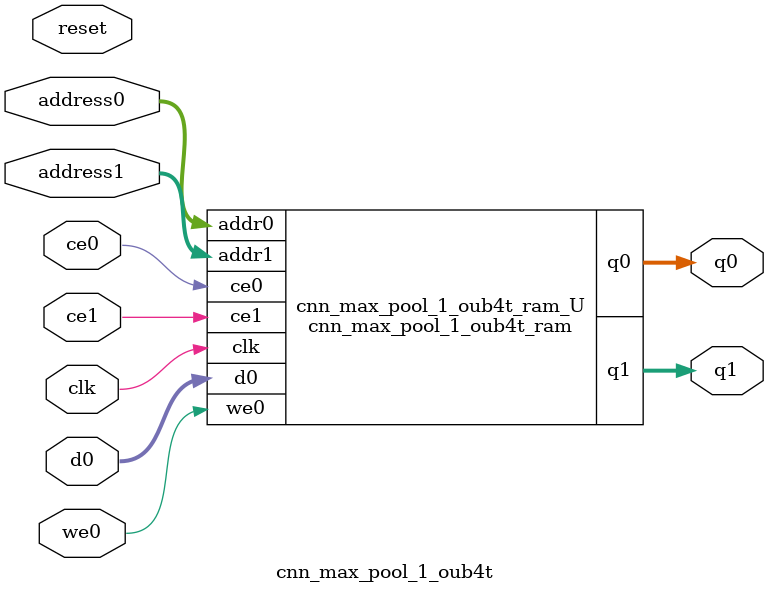
<source format=v>
`timescale 1 ns / 1 ps
module cnn_max_pool_1_oub4t_ram (addr0, ce0, d0, we0, q0, addr1, ce1, q1,  clk);

parameter DWIDTH = 14;
parameter AWIDTH = 7;
parameter MEM_SIZE = 78;

input[AWIDTH-1:0] addr0;
input ce0;
input[DWIDTH-1:0] d0;
input we0;
output reg[DWIDTH-1:0] q0;
input[AWIDTH-1:0] addr1;
input ce1;
output reg[DWIDTH-1:0] q1;
input clk;

(* ram_style = "block" *)reg [DWIDTH-1:0] ram[0:MEM_SIZE-1];




always @(posedge clk)  
begin 
    if (ce0) 
    begin
        if (we0) 
        begin 
            ram[addr0] <= d0; 
        end 
        q0 <= ram[addr0];
    end
end


always @(posedge clk)  
begin 
    if (ce1) 
    begin
        q1 <= ram[addr1];
    end
end


endmodule

`timescale 1 ns / 1 ps
module cnn_max_pool_1_oub4t(
    reset,
    clk,
    address0,
    ce0,
    we0,
    d0,
    q0,
    address1,
    ce1,
    q1);

parameter DataWidth = 32'd14;
parameter AddressRange = 32'd78;
parameter AddressWidth = 32'd7;
input reset;
input clk;
input[AddressWidth - 1:0] address0;
input ce0;
input we0;
input[DataWidth - 1:0] d0;
output[DataWidth - 1:0] q0;
input[AddressWidth - 1:0] address1;
input ce1;
output[DataWidth - 1:0] q1;



cnn_max_pool_1_oub4t_ram cnn_max_pool_1_oub4t_ram_U(
    .clk( clk ),
    .addr0( address0 ),
    .ce0( ce0 ),
    .we0( we0 ),
    .d0( d0 ),
    .q0( q0 ),
    .addr1( address1 ),
    .ce1( ce1 ),
    .q1( q1 ));

endmodule


</source>
